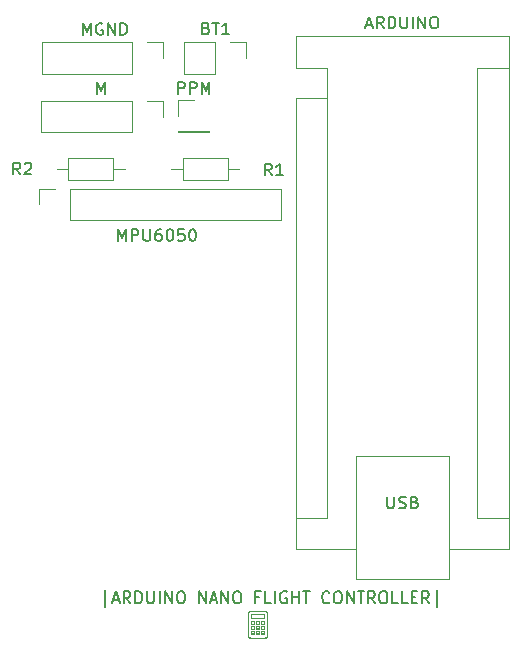
<source format=gbr>
%TF.GenerationSoftware,KiCad,Pcbnew,7.0.7*%
%TF.CreationDate,2023-10-16T17:54:11+02:00*%
%TF.ProjectId,arduino-nano-drone,61726475-696e-46f2-9d6e-616e6f2d6472,0*%
%TF.SameCoordinates,Original*%
%TF.FileFunction,Legend,Top*%
%TF.FilePolarity,Positive*%
%FSLAX46Y46*%
G04 Gerber Fmt 4.6, Leading zero omitted, Abs format (unit mm)*
G04 Created by KiCad (PCBNEW 7.0.7) date 2023-10-16 17:54:11*
%MOMM*%
%LPD*%
G01*
G04 APERTURE LIST*
%ADD10C,0.150000*%
%ADD11C,0.120000*%
G04 APERTURE END LIST*
D10*
X102924874Y-88903152D02*
X102924874Y-87474580D01*
X103591541Y-88284104D02*
X104067731Y-88284104D01*
X103496303Y-88569819D02*
X103829636Y-87569819D01*
X103829636Y-87569819D02*
X104162969Y-88569819D01*
X105067731Y-88569819D02*
X104734398Y-88093628D01*
X104496303Y-88569819D02*
X104496303Y-87569819D01*
X104496303Y-87569819D02*
X104877255Y-87569819D01*
X104877255Y-87569819D02*
X104972493Y-87617438D01*
X104972493Y-87617438D02*
X105020112Y-87665057D01*
X105020112Y-87665057D02*
X105067731Y-87760295D01*
X105067731Y-87760295D02*
X105067731Y-87903152D01*
X105067731Y-87903152D02*
X105020112Y-87998390D01*
X105020112Y-87998390D02*
X104972493Y-88046009D01*
X104972493Y-88046009D02*
X104877255Y-88093628D01*
X104877255Y-88093628D02*
X104496303Y-88093628D01*
X105496303Y-88569819D02*
X105496303Y-87569819D01*
X105496303Y-87569819D02*
X105734398Y-87569819D01*
X105734398Y-87569819D02*
X105877255Y-87617438D01*
X105877255Y-87617438D02*
X105972493Y-87712676D01*
X105972493Y-87712676D02*
X106020112Y-87807914D01*
X106020112Y-87807914D02*
X106067731Y-87998390D01*
X106067731Y-87998390D02*
X106067731Y-88141247D01*
X106067731Y-88141247D02*
X106020112Y-88331723D01*
X106020112Y-88331723D02*
X105972493Y-88426961D01*
X105972493Y-88426961D02*
X105877255Y-88522200D01*
X105877255Y-88522200D02*
X105734398Y-88569819D01*
X105734398Y-88569819D02*
X105496303Y-88569819D01*
X106496303Y-87569819D02*
X106496303Y-88379342D01*
X106496303Y-88379342D02*
X106543922Y-88474580D01*
X106543922Y-88474580D02*
X106591541Y-88522200D01*
X106591541Y-88522200D02*
X106686779Y-88569819D01*
X106686779Y-88569819D02*
X106877255Y-88569819D01*
X106877255Y-88569819D02*
X106972493Y-88522200D01*
X106972493Y-88522200D02*
X107020112Y-88474580D01*
X107020112Y-88474580D02*
X107067731Y-88379342D01*
X107067731Y-88379342D02*
X107067731Y-87569819D01*
X107543922Y-88569819D02*
X107543922Y-87569819D01*
X108020112Y-88569819D02*
X108020112Y-87569819D01*
X108020112Y-87569819D02*
X108591540Y-88569819D01*
X108591540Y-88569819D02*
X108591540Y-87569819D01*
X109258207Y-87569819D02*
X109448683Y-87569819D01*
X109448683Y-87569819D02*
X109543921Y-87617438D01*
X109543921Y-87617438D02*
X109639159Y-87712676D01*
X109639159Y-87712676D02*
X109686778Y-87903152D01*
X109686778Y-87903152D02*
X109686778Y-88236485D01*
X109686778Y-88236485D02*
X109639159Y-88426961D01*
X109639159Y-88426961D02*
X109543921Y-88522200D01*
X109543921Y-88522200D02*
X109448683Y-88569819D01*
X109448683Y-88569819D02*
X109258207Y-88569819D01*
X109258207Y-88569819D02*
X109162969Y-88522200D01*
X109162969Y-88522200D02*
X109067731Y-88426961D01*
X109067731Y-88426961D02*
X109020112Y-88236485D01*
X109020112Y-88236485D02*
X109020112Y-87903152D01*
X109020112Y-87903152D02*
X109067731Y-87712676D01*
X109067731Y-87712676D02*
X109162969Y-87617438D01*
X109162969Y-87617438D02*
X109258207Y-87569819D01*
X110877255Y-88569819D02*
X110877255Y-87569819D01*
X110877255Y-87569819D02*
X111448683Y-88569819D01*
X111448683Y-88569819D02*
X111448683Y-87569819D01*
X111877255Y-88284104D02*
X112353445Y-88284104D01*
X111782017Y-88569819D02*
X112115350Y-87569819D01*
X112115350Y-87569819D02*
X112448683Y-88569819D01*
X112782017Y-88569819D02*
X112782017Y-87569819D01*
X112782017Y-87569819D02*
X113353445Y-88569819D01*
X113353445Y-88569819D02*
X113353445Y-87569819D01*
X114020112Y-87569819D02*
X114210588Y-87569819D01*
X114210588Y-87569819D02*
X114305826Y-87617438D01*
X114305826Y-87617438D02*
X114401064Y-87712676D01*
X114401064Y-87712676D02*
X114448683Y-87903152D01*
X114448683Y-87903152D02*
X114448683Y-88236485D01*
X114448683Y-88236485D02*
X114401064Y-88426961D01*
X114401064Y-88426961D02*
X114305826Y-88522200D01*
X114305826Y-88522200D02*
X114210588Y-88569819D01*
X114210588Y-88569819D02*
X114020112Y-88569819D01*
X114020112Y-88569819D02*
X113924874Y-88522200D01*
X113924874Y-88522200D02*
X113829636Y-88426961D01*
X113829636Y-88426961D02*
X113782017Y-88236485D01*
X113782017Y-88236485D02*
X113782017Y-87903152D01*
X113782017Y-87903152D02*
X113829636Y-87712676D01*
X113829636Y-87712676D02*
X113924874Y-87617438D01*
X113924874Y-87617438D02*
X114020112Y-87569819D01*
X115972493Y-88046009D02*
X115639160Y-88046009D01*
X115639160Y-88569819D02*
X115639160Y-87569819D01*
X115639160Y-87569819D02*
X116115350Y-87569819D01*
X116972493Y-88569819D02*
X116496303Y-88569819D01*
X116496303Y-88569819D02*
X116496303Y-87569819D01*
X117305827Y-88569819D02*
X117305827Y-87569819D01*
X118305826Y-87617438D02*
X118210588Y-87569819D01*
X118210588Y-87569819D02*
X118067731Y-87569819D01*
X118067731Y-87569819D02*
X117924874Y-87617438D01*
X117924874Y-87617438D02*
X117829636Y-87712676D01*
X117829636Y-87712676D02*
X117782017Y-87807914D01*
X117782017Y-87807914D02*
X117734398Y-87998390D01*
X117734398Y-87998390D02*
X117734398Y-88141247D01*
X117734398Y-88141247D02*
X117782017Y-88331723D01*
X117782017Y-88331723D02*
X117829636Y-88426961D01*
X117829636Y-88426961D02*
X117924874Y-88522200D01*
X117924874Y-88522200D02*
X118067731Y-88569819D01*
X118067731Y-88569819D02*
X118162969Y-88569819D01*
X118162969Y-88569819D02*
X118305826Y-88522200D01*
X118305826Y-88522200D02*
X118353445Y-88474580D01*
X118353445Y-88474580D02*
X118353445Y-88141247D01*
X118353445Y-88141247D02*
X118162969Y-88141247D01*
X118782017Y-88569819D02*
X118782017Y-87569819D01*
X118782017Y-88046009D02*
X119353445Y-88046009D01*
X119353445Y-88569819D02*
X119353445Y-87569819D01*
X119686779Y-87569819D02*
X120258207Y-87569819D01*
X119972493Y-88569819D02*
X119972493Y-87569819D01*
X121924874Y-88474580D02*
X121877255Y-88522200D01*
X121877255Y-88522200D02*
X121734398Y-88569819D01*
X121734398Y-88569819D02*
X121639160Y-88569819D01*
X121639160Y-88569819D02*
X121496303Y-88522200D01*
X121496303Y-88522200D02*
X121401065Y-88426961D01*
X121401065Y-88426961D02*
X121353446Y-88331723D01*
X121353446Y-88331723D02*
X121305827Y-88141247D01*
X121305827Y-88141247D02*
X121305827Y-87998390D01*
X121305827Y-87998390D02*
X121353446Y-87807914D01*
X121353446Y-87807914D02*
X121401065Y-87712676D01*
X121401065Y-87712676D02*
X121496303Y-87617438D01*
X121496303Y-87617438D02*
X121639160Y-87569819D01*
X121639160Y-87569819D02*
X121734398Y-87569819D01*
X121734398Y-87569819D02*
X121877255Y-87617438D01*
X121877255Y-87617438D02*
X121924874Y-87665057D01*
X122543922Y-87569819D02*
X122734398Y-87569819D01*
X122734398Y-87569819D02*
X122829636Y-87617438D01*
X122829636Y-87617438D02*
X122924874Y-87712676D01*
X122924874Y-87712676D02*
X122972493Y-87903152D01*
X122972493Y-87903152D02*
X122972493Y-88236485D01*
X122972493Y-88236485D02*
X122924874Y-88426961D01*
X122924874Y-88426961D02*
X122829636Y-88522200D01*
X122829636Y-88522200D02*
X122734398Y-88569819D01*
X122734398Y-88569819D02*
X122543922Y-88569819D01*
X122543922Y-88569819D02*
X122448684Y-88522200D01*
X122448684Y-88522200D02*
X122353446Y-88426961D01*
X122353446Y-88426961D02*
X122305827Y-88236485D01*
X122305827Y-88236485D02*
X122305827Y-87903152D01*
X122305827Y-87903152D02*
X122353446Y-87712676D01*
X122353446Y-87712676D02*
X122448684Y-87617438D01*
X122448684Y-87617438D02*
X122543922Y-87569819D01*
X123401065Y-88569819D02*
X123401065Y-87569819D01*
X123401065Y-87569819D02*
X123972493Y-88569819D01*
X123972493Y-88569819D02*
X123972493Y-87569819D01*
X124305827Y-87569819D02*
X124877255Y-87569819D01*
X124591541Y-88569819D02*
X124591541Y-87569819D01*
X125782017Y-88569819D02*
X125448684Y-88093628D01*
X125210589Y-88569819D02*
X125210589Y-87569819D01*
X125210589Y-87569819D02*
X125591541Y-87569819D01*
X125591541Y-87569819D02*
X125686779Y-87617438D01*
X125686779Y-87617438D02*
X125734398Y-87665057D01*
X125734398Y-87665057D02*
X125782017Y-87760295D01*
X125782017Y-87760295D02*
X125782017Y-87903152D01*
X125782017Y-87903152D02*
X125734398Y-87998390D01*
X125734398Y-87998390D02*
X125686779Y-88046009D01*
X125686779Y-88046009D02*
X125591541Y-88093628D01*
X125591541Y-88093628D02*
X125210589Y-88093628D01*
X126401065Y-87569819D02*
X126591541Y-87569819D01*
X126591541Y-87569819D02*
X126686779Y-87617438D01*
X126686779Y-87617438D02*
X126782017Y-87712676D01*
X126782017Y-87712676D02*
X126829636Y-87903152D01*
X126829636Y-87903152D02*
X126829636Y-88236485D01*
X126829636Y-88236485D02*
X126782017Y-88426961D01*
X126782017Y-88426961D02*
X126686779Y-88522200D01*
X126686779Y-88522200D02*
X126591541Y-88569819D01*
X126591541Y-88569819D02*
X126401065Y-88569819D01*
X126401065Y-88569819D02*
X126305827Y-88522200D01*
X126305827Y-88522200D02*
X126210589Y-88426961D01*
X126210589Y-88426961D02*
X126162970Y-88236485D01*
X126162970Y-88236485D02*
X126162970Y-87903152D01*
X126162970Y-87903152D02*
X126210589Y-87712676D01*
X126210589Y-87712676D02*
X126305827Y-87617438D01*
X126305827Y-87617438D02*
X126401065Y-87569819D01*
X127734398Y-88569819D02*
X127258208Y-88569819D01*
X127258208Y-88569819D02*
X127258208Y-87569819D01*
X128543922Y-88569819D02*
X128067732Y-88569819D01*
X128067732Y-88569819D02*
X128067732Y-87569819D01*
X128877256Y-88046009D02*
X129210589Y-88046009D01*
X129353446Y-88569819D02*
X128877256Y-88569819D01*
X128877256Y-88569819D02*
X128877256Y-87569819D01*
X128877256Y-87569819D02*
X129353446Y-87569819D01*
X130353446Y-88569819D02*
X130020113Y-88093628D01*
X129782018Y-88569819D02*
X129782018Y-87569819D01*
X129782018Y-87569819D02*
X130162970Y-87569819D01*
X130162970Y-87569819D02*
X130258208Y-87617438D01*
X130258208Y-87617438D02*
X130305827Y-87665057D01*
X130305827Y-87665057D02*
X130353446Y-87760295D01*
X130353446Y-87760295D02*
X130353446Y-87903152D01*
X130353446Y-87903152D02*
X130305827Y-87998390D01*
X130305827Y-87998390D02*
X130258208Y-88046009D01*
X130258208Y-88046009D02*
X130162970Y-88093628D01*
X130162970Y-88093628D02*
X129782018Y-88093628D01*
X131020113Y-88903152D02*
X131020113Y-87474580D01*
X104038095Y-57904819D02*
X104038095Y-56904819D01*
X104038095Y-56904819D02*
X104371428Y-57619104D01*
X104371428Y-57619104D02*
X104704761Y-56904819D01*
X104704761Y-56904819D02*
X104704761Y-57904819D01*
X105180952Y-57904819D02*
X105180952Y-56904819D01*
X105180952Y-56904819D02*
X105561904Y-56904819D01*
X105561904Y-56904819D02*
X105657142Y-56952438D01*
X105657142Y-56952438D02*
X105704761Y-57000057D01*
X105704761Y-57000057D02*
X105752380Y-57095295D01*
X105752380Y-57095295D02*
X105752380Y-57238152D01*
X105752380Y-57238152D02*
X105704761Y-57333390D01*
X105704761Y-57333390D02*
X105657142Y-57381009D01*
X105657142Y-57381009D02*
X105561904Y-57428628D01*
X105561904Y-57428628D02*
X105180952Y-57428628D01*
X106180952Y-56904819D02*
X106180952Y-57714342D01*
X106180952Y-57714342D02*
X106228571Y-57809580D01*
X106228571Y-57809580D02*
X106276190Y-57857200D01*
X106276190Y-57857200D02*
X106371428Y-57904819D01*
X106371428Y-57904819D02*
X106561904Y-57904819D01*
X106561904Y-57904819D02*
X106657142Y-57857200D01*
X106657142Y-57857200D02*
X106704761Y-57809580D01*
X106704761Y-57809580D02*
X106752380Y-57714342D01*
X106752380Y-57714342D02*
X106752380Y-56904819D01*
X107657142Y-56904819D02*
X107466666Y-56904819D01*
X107466666Y-56904819D02*
X107371428Y-56952438D01*
X107371428Y-56952438D02*
X107323809Y-57000057D01*
X107323809Y-57000057D02*
X107228571Y-57142914D01*
X107228571Y-57142914D02*
X107180952Y-57333390D01*
X107180952Y-57333390D02*
X107180952Y-57714342D01*
X107180952Y-57714342D02*
X107228571Y-57809580D01*
X107228571Y-57809580D02*
X107276190Y-57857200D01*
X107276190Y-57857200D02*
X107371428Y-57904819D01*
X107371428Y-57904819D02*
X107561904Y-57904819D01*
X107561904Y-57904819D02*
X107657142Y-57857200D01*
X107657142Y-57857200D02*
X107704761Y-57809580D01*
X107704761Y-57809580D02*
X107752380Y-57714342D01*
X107752380Y-57714342D02*
X107752380Y-57476247D01*
X107752380Y-57476247D02*
X107704761Y-57381009D01*
X107704761Y-57381009D02*
X107657142Y-57333390D01*
X107657142Y-57333390D02*
X107561904Y-57285771D01*
X107561904Y-57285771D02*
X107371428Y-57285771D01*
X107371428Y-57285771D02*
X107276190Y-57333390D01*
X107276190Y-57333390D02*
X107228571Y-57381009D01*
X107228571Y-57381009D02*
X107180952Y-57476247D01*
X108371428Y-56904819D02*
X108466666Y-56904819D01*
X108466666Y-56904819D02*
X108561904Y-56952438D01*
X108561904Y-56952438D02*
X108609523Y-57000057D01*
X108609523Y-57000057D02*
X108657142Y-57095295D01*
X108657142Y-57095295D02*
X108704761Y-57285771D01*
X108704761Y-57285771D02*
X108704761Y-57523866D01*
X108704761Y-57523866D02*
X108657142Y-57714342D01*
X108657142Y-57714342D02*
X108609523Y-57809580D01*
X108609523Y-57809580D02*
X108561904Y-57857200D01*
X108561904Y-57857200D02*
X108466666Y-57904819D01*
X108466666Y-57904819D02*
X108371428Y-57904819D01*
X108371428Y-57904819D02*
X108276190Y-57857200D01*
X108276190Y-57857200D02*
X108228571Y-57809580D01*
X108228571Y-57809580D02*
X108180952Y-57714342D01*
X108180952Y-57714342D02*
X108133333Y-57523866D01*
X108133333Y-57523866D02*
X108133333Y-57285771D01*
X108133333Y-57285771D02*
X108180952Y-57095295D01*
X108180952Y-57095295D02*
X108228571Y-57000057D01*
X108228571Y-57000057D02*
X108276190Y-56952438D01*
X108276190Y-56952438D02*
X108371428Y-56904819D01*
X109609523Y-56904819D02*
X109133333Y-56904819D01*
X109133333Y-56904819D02*
X109085714Y-57381009D01*
X109085714Y-57381009D02*
X109133333Y-57333390D01*
X109133333Y-57333390D02*
X109228571Y-57285771D01*
X109228571Y-57285771D02*
X109466666Y-57285771D01*
X109466666Y-57285771D02*
X109561904Y-57333390D01*
X109561904Y-57333390D02*
X109609523Y-57381009D01*
X109609523Y-57381009D02*
X109657142Y-57476247D01*
X109657142Y-57476247D02*
X109657142Y-57714342D01*
X109657142Y-57714342D02*
X109609523Y-57809580D01*
X109609523Y-57809580D02*
X109561904Y-57857200D01*
X109561904Y-57857200D02*
X109466666Y-57904819D01*
X109466666Y-57904819D02*
X109228571Y-57904819D01*
X109228571Y-57904819D02*
X109133333Y-57857200D01*
X109133333Y-57857200D02*
X109085714Y-57809580D01*
X110276190Y-56904819D02*
X110371428Y-56904819D01*
X110371428Y-56904819D02*
X110466666Y-56952438D01*
X110466666Y-56952438D02*
X110514285Y-57000057D01*
X110514285Y-57000057D02*
X110561904Y-57095295D01*
X110561904Y-57095295D02*
X110609523Y-57285771D01*
X110609523Y-57285771D02*
X110609523Y-57523866D01*
X110609523Y-57523866D02*
X110561904Y-57714342D01*
X110561904Y-57714342D02*
X110514285Y-57809580D01*
X110514285Y-57809580D02*
X110466666Y-57857200D01*
X110466666Y-57857200D02*
X110371428Y-57904819D01*
X110371428Y-57904819D02*
X110276190Y-57904819D01*
X110276190Y-57904819D02*
X110180952Y-57857200D01*
X110180952Y-57857200D02*
X110133333Y-57809580D01*
X110133333Y-57809580D02*
X110085714Y-57714342D01*
X110085714Y-57714342D02*
X110038095Y-57523866D01*
X110038095Y-57523866D02*
X110038095Y-57285771D01*
X110038095Y-57285771D02*
X110085714Y-57095295D01*
X110085714Y-57095295D02*
X110133333Y-57000057D01*
X110133333Y-57000057D02*
X110180952Y-56952438D01*
X110180952Y-56952438D02*
X110276190Y-56904819D01*
X95733333Y-52254819D02*
X95400000Y-51778628D01*
X95161905Y-52254819D02*
X95161905Y-51254819D01*
X95161905Y-51254819D02*
X95542857Y-51254819D01*
X95542857Y-51254819D02*
X95638095Y-51302438D01*
X95638095Y-51302438D02*
X95685714Y-51350057D01*
X95685714Y-51350057D02*
X95733333Y-51445295D01*
X95733333Y-51445295D02*
X95733333Y-51588152D01*
X95733333Y-51588152D02*
X95685714Y-51683390D01*
X95685714Y-51683390D02*
X95638095Y-51731009D01*
X95638095Y-51731009D02*
X95542857Y-51778628D01*
X95542857Y-51778628D02*
X95161905Y-51778628D01*
X96114286Y-51350057D02*
X96161905Y-51302438D01*
X96161905Y-51302438D02*
X96257143Y-51254819D01*
X96257143Y-51254819D02*
X96495238Y-51254819D01*
X96495238Y-51254819D02*
X96590476Y-51302438D01*
X96590476Y-51302438D02*
X96638095Y-51350057D01*
X96638095Y-51350057D02*
X96685714Y-51445295D01*
X96685714Y-51445295D02*
X96685714Y-51540533D01*
X96685714Y-51540533D02*
X96638095Y-51683390D01*
X96638095Y-51683390D02*
X96066667Y-52254819D01*
X96066667Y-52254819D02*
X96685714Y-52254819D01*
X111489285Y-39881009D02*
X111632142Y-39928628D01*
X111632142Y-39928628D02*
X111679761Y-39976247D01*
X111679761Y-39976247D02*
X111727380Y-40071485D01*
X111727380Y-40071485D02*
X111727380Y-40214342D01*
X111727380Y-40214342D02*
X111679761Y-40309580D01*
X111679761Y-40309580D02*
X111632142Y-40357200D01*
X111632142Y-40357200D02*
X111536904Y-40404819D01*
X111536904Y-40404819D02*
X111155952Y-40404819D01*
X111155952Y-40404819D02*
X111155952Y-39404819D01*
X111155952Y-39404819D02*
X111489285Y-39404819D01*
X111489285Y-39404819D02*
X111584523Y-39452438D01*
X111584523Y-39452438D02*
X111632142Y-39500057D01*
X111632142Y-39500057D02*
X111679761Y-39595295D01*
X111679761Y-39595295D02*
X111679761Y-39690533D01*
X111679761Y-39690533D02*
X111632142Y-39785771D01*
X111632142Y-39785771D02*
X111584523Y-39833390D01*
X111584523Y-39833390D02*
X111489285Y-39881009D01*
X111489285Y-39881009D02*
X111155952Y-39881009D01*
X112013095Y-39404819D02*
X112584523Y-39404819D01*
X112298809Y-40404819D02*
X112298809Y-39404819D01*
X113441666Y-40404819D02*
X112870238Y-40404819D01*
X113155952Y-40404819D02*
X113155952Y-39404819D01*
X113155952Y-39404819D02*
X113060714Y-39547676D01*
X113060714Y-39547676D02*
X112965476Y-39642914D01*
X112965476Y-39642914D02*
X112870238Y-39690533D01*
X102266667Y-45454819D02*
X102266667Y-44454819D01*
X102266667Y-44454819D02*
X102600000Y-45169104D01*
X102600000Y-45169104D02*
X102933333Y-44454819D01*
X102933333Y-44454819D02*
X102933333Y-45454819D01*
X109101667Y-45444819D02*
X109101667Y-44444819D01*
X109101667Y-44444819D02*
X109482619Y-44444819D01*
X109482619Y-44444819D02*
X109577857Y-44492438D01*
X109577857Y-44492438D02*
X109625476Y-44540057D01*
X109625476Y-44540057D02*
X109673095Y-44635295D01*
X109673095Y-44635295D02*
X109673095Y-44778152D01*
X109673095Y-44778152D02*
X109625476Y-44873390D01*
X109625476Y-44873390D02*
X109577857Y-44921009D01*
X109577857Y-44921009D02*
X109482619Y-44968628D01*
X109482619Y-44968628D02*
X109101667Y-44968628D01*
X110101667Y-45444819D02*
X110101667Y-44444819D01*
X110101667Y-44444819D02*
X110482619Y-44444819D01*
X110482619Y-44444819D02*
X110577857Y-44492438D01*
X110577857Y-44492438D02*
X110625476Y-44540057D01*
X110625476Y-44540057D02*
X110673095Y-44635295D01*
X110673095Y-44635295D02*
X110673095Y-44778152D01*
X110673095Y-44778152D02*
X110625476Y-44873390D01*
X110625476Y-44873390D02*
X110577857Y-44921009D01*
X110577857Y-44921009D02*
X110482619Y-44968628D01*
X110482619Y-44968628D02*
X110101667Y-44968628D01*
X111101667Y-45444819D02*
X111101667Y-44444819D01*
X111101667Y-44444819D02*
X111435000Y-45159104D01*
X111435000Y-45159104D02*
X111768333Y-44444819D01*
X111768333Y-44444819D02*
X111768333Y-45444819D01*
X125032381Y-39609104D02*
X125508571Y-39609104D01*
X124937143Y-39894819D02*
X125270476Y-38894819D01*
X125270476Y-38894819D02*
X125603809Y-39894819D01*
X126508571Y-39894819D02*
X126175238Y-39418628D01*
X125937143Y-39894819D02*
X125937143Y-38894819D01*
X125937143Y-38894819D02*
X126318095Y-38894819D01*
X126318095Y-38894819D02*
X126413333Y-38942438D01*
X126413333Y-38942438D02*
X126460952Y-38990057D01*
X126460952Y-38990057D02*
X126508571Y-39085295D01*
X126508571Y-39085295D02*
X126508571Y-39228152D01*
X126508571Y-39228152D02*
X126460952Y-39323390D01*
X126460952Y-39323390D02*
X126413333Y-39371009D01*
X126413333Y-39371009D02*
X126318095Y-39418628D01*
X126318095Y-39418628D02*
X125937143Y-39418628D01*
X126937143Y-39894819D02*
X126937143Y-38894819D01*
X126937143Y-38894819D02*
X127175238Y-38894819D01*
X127175238Y-38894819D02*
X127318095Y-38942438D01*
X127318095Y-38942438D02*
X127413333Y-39037676D01*
X127413333Y-39037676D02*
X127460952Y-39132914D01*
X127460952Y-39132914D02*
X127508571Y-39323390D01*
X127508571Y-39323390D02*
X127508571Y-39466247D01*
X127508571Y-39466247D02*
X127460952Y-39656723D01*
X127460952Y-39656723D02*
X127413333Y-39751961D01*
X127413333Y-39751961D02*
X127318095Y-39847200D01*
X127318095Y-39847200D02*
X127175238Y-39894819D01*
X127175238Y-39894819D02*
X126937143Y-39894819D01*
X127937143Y-38894819D02*
X127937143Y-39704342D01*
X127937143Y-39704342D02*
X127984762Y-39799580D01*
X127984762Y-39799580D02*
X128032381Y-39847200D01*
X128032381Y-39847200D02*
X128127619Y-39894819D01*
X128127619Y-39894819D02*
X128318095Y-39894819D01*
X128318095Y-39894819D02*
X128413333Y-39847200D01*
X128413333Y-39847200D02*
X128460952Y-39799580D01*
X128460952Y-39799580D02*
X128508571Y-39704342D01*
X128508571Y-39704342D02*
X128508571Y-38894819D01*
X128984762Y-39894819D02*
X128984762Y-38894819D01*
X129460952Y-39894819D02*
X129460952Y-38894819D01*
X129460952Y-38894819D02*
X130032380Y-39894819D01*
X130032380Y-39894819D02*
X130032380Y-38894819D01*
X130699047Y-38894819D02*
X130889523Y-38894819D01*
X130889523Y-38894819D02*
X130984761Y-38942438D01*
X130984761Y-38942438D02*
X131079999Y-39037676D01*
X131079999Y-39037676D02*
X131127618Y-39228152D01*
X131127618Y-39228152D02*
X131127618Y-39561485D01*
X131127618Y-39561485D02*
X131079999Y-39751961D01*
X131079999Y-39751961D02*
X130984761Y-39847200D01*
X130984761Y-39847200D02*
X130889523Y-39894819D01*
X130889523Y-39894819D02*
X130699047Y-39894819D01*
X130699047Y-39894819D02*
X130603809Y-39847200D01*
X130603809Y-39847200D02*
X130508571Y-39751961D01*
X130508571Y-39751961D02*
X130460952Y-39561485D01*
X130460952Y-39561485D02*
X130460952Y-39228152D01*
X130460952Y-39228152D02*
X130508571Y-39037676D01*
X130508571Y-39037676D02*
X130603809Y-38942438D01*
X130603809Y-38942438D02*
X130699047Y-38894819D01*
X126818095Y-79534819D02*
X126818095Y-80344342D01*
X126818095Y-80344342D02*
X126865714Y-80439580D01*
X126865714Y-80439580D02*
X126913333Y-80487200D01*
X126913333Y-80487200D02*
X127008571Y-80534819D01*
X127008571Y-80534819D02*
X127199047Y-80534819D01*
X127199047Y-80534819D02*
X127294285Y-80487200D01*
X127294285Y-80487200D02*
X127341904Y-80439580D01*
X127341904Y-80439580D02*
X127389523Y-80344342D01*
X127389523Y-80344342D02*
X127389523Y-79534819D01*
X127818095Y-80487200D02*
X127960952Y-80534819D01*
X127960952Y-80534819D02*
X128199047Y-80534819D01*
X128199047Y-80534819D02*
X128294285Y-80487200D01*
X128294285Y-80487200D02*
X128341904Y-80439580D01*
X128341904Y-80439580D02*
X128389523Y-80344342D01*
X128389523Y-80344342D02*
X128389523Y-80249104D01*
X128389523Y-80249104D02*
X128341904Y-80153866D01*
X128341904Y-80153866D02*
X128294285Y-80106247D01*
X128294285Y-80106247D02*
X128199047Y-80058628D01*
X128199047Y-80058628D02*
X128008571Y-80011009D01*
X128008571Y-80011009D02*
X127913333Y-79963390D01*
X127913333Y-79963390D02*
X127865714Y-79915771D01*
X127865714Y-79915771D02*
X127818095Y-79820533D01*
X127818095Y-79820533D02*
X127818095Y-79725295D01*
X127818095Y-79725295D02*
X127865714Y-79630057D01*
X127865714Y-79630057D02*
X127913333Y-79582438D01*
X127913333Y-79582438D02*
X128008571Y-79534819D01*
X128008571Y-79534819D02*
X128246666Y-79534819D01*
X128246666Y-79534819D02*
X128389523Y-79582438D01*
X129151428Y-80011009D02*
X129294285Y-80058628D01*
X129294285Y-80058628D02*
X129341904Y-80106247D01*
X129341904Y-80106247D02*
X129389523Y-80201485D01*
X129389523Y-80201485D02*
X129389523Y-80344342D01*
X129389523Y-80344342D02*
X129341904Y-80439580D01*
X129341904Y-80439580D02*
X129294285Y-80487200D01*
X129294285Y-80487200D02*
X129199047Y-80534819D01*
X129199047Y-80534819D02*
X128818095Y-80534819D01*
X128818095Y-80534819D02*
X128818095Y-79534819D01*
X128818095Y-79534819D02*
X129151428Y-79534819D01*
X129151428Y-79534819D02*
X129246666Y-79582438D01*
X129246666Y-79582438D02*
X129294285Y-79630057D01*
X129294285Y-79630057D02*
X129341904Y-79725295D01*
X129341904Y-79725295D02*
X129341904Y-79820533D01*
X129341904Y-79820533D02*
X129294285Y-79915771D01*
X129294285Y-79915771D02*
X129246666Y-79963390D01*
X129246666Y-79963390D02*
X129151428Y-80011009D01*
X129151428Y-80011009D02*
X128818095Y-80011009D01*
X117033333Y-52354819D02*
X116700000Y-51878628D01*
X116461905Y-52354819D02*
X116461905Y-51354819D01*
X116461905Y-51354819D02*
X116842857Y-51354819D01*
X116842857Y-51354819D02*
X116938095Y-51402438D01*
X116938095Y-51402438D02*
X116985714Y-51450057D01*
X116985714Y-51450057D02*
X117033333Y-51545295D01*
X117033333Y-51545295D02*
X117033333Y-51688152D01*
X117033333Y-51688152D02*
X116985714Y-51783390D01*
X116985714Y-51783390D02*
X116938095Y-51831009D01*
X116938095Y-51831009D02*
X116842857Y-51878628D01*
X116842857Y-51878628D02*
X116461905Y-51878628D01*
X117985714Y-52354819D02*
X117414286Y-52354819D01*
X117700000Y-52354819D02*
X117700000Y-51354819D01*
X117700000Y-51354819D02*
X117604762Y-51497676D01*
X117604762Y-51497676D02*
X117509524Y-51592914D01*
X117509524Y-51592914D02*
X117414286Y-51640533D01*
X101042857Y-40454819D02*
X101042857Y-39454819D01*
X101042857Y-39454819D02*
X101376190Y-40169104D01*
X101376190Y-40169104D02*
X101709523Y-39454819D01*
X101709523Y-39454819D02*
X101709523Y-40454819D01*
X102709523Y-39502438D02*
X102614285Y-39454819D01*
X102614285Y-39454819D02*
X102471428Y-39454819D01*
X102471428Y-39454819D02*
X102328571Y-39502438D01*
X102328571Y-39502438D02*
X102233333Y-39597676D01*
X102233333Y-39597676D02*
X102185714Y-39692914D01*
X102185714Y-39692914D02*
X102138095Y-39883390D01*
X102138095Y-39883390D02*
X102138095Y-40026247D01*
X102138095Y-40026247D02*
X102185714Y-40216723D01*
X102185714Y-40216723D02*
X102233333Y-40311961D01*
X102233333Y-40311961D02*
X102328571Y-40407200D01*
X102328571Y-40407200D02*
X102471428Y-40454819D01*
X102471428Y-40454819D02*
X102566666Y-40454819D01*
X102566666Y-40454819D02*
X102709523Y-40407200D01*
X102709523Y-40407200D02*
X102757142Y-40359580D01*
X102757142Y-40359580D02*
X102757142Y-40026247D01*
X102757142Y-40026247D02*
X102566666Y-40026247D01*
X103185714Y-40454819D02*
X103185714Y-39454819D01*
X103185714Y-39454819D02*
X103757142Y-40454819D01*
X103757142Y-40454819D02*
X103757142Y-39454819D01*
X104233333Y-40454819D02*
X104233333Y-39454819D01*
X104233333Y-39454819D02*
X104471428Y-39454819D01*
X104471428Y-39454819D02*
X104614285Y-39502438D01*
X104614285Y-39502438D02*
X104709523Y-39597676D01*
X104709523Y-39597676D02*
X104757142Y-39692914D01*
X104757142Y-39692914D02*
X104804761Y-39883390D01*
X104804761Y-39883390D02*
X104804761Y-40026247D01*
X104804761Y-40026247D02*
X104757142Y-40216723D01*
X104757142Y-40216723D02*
X104709523Y-40311961D01*
X104709523Y-40311961D02*
X104614285Y-40407200D01*
X104614285Y-40407200D02*
X104471428Y-40454819D01*
X104471428Y-40454819D02*
X104233333Y-40454819D01*
D11*
%TO.C,MPU6050*%
X99970000Y-56130000D02*
X117810000Y-56130000D01*
X99970000Y-56130000D02*
X99970000Y-53470000D01*
X117810000Y-56130000D02*
X117810000Y-53470000D01*
X97370000Y-54800000D02*
X97370000Y-53470000D01*
X97370000Y-53470000D02*
X98700000Y-53470000D01*
X99970000Y-53470000D02*
X117810000Y-53470000D01*
%TO.C,R2*%
X98840000Y-51800000D02*
X99790000Y-51800000D01*
X99790000Y-50880000D02*
X99790000Y-52720000D01*
X99790000Y-52720000D02*
X103630000Y-52720000D01*
X103630000Y-50880000D02*
X99790000Y-50880000D01*
X103630000Y-52720000D02*
X103630000Y-50880000D01*
X104580000Y-51800000D02*
X103630000Y-51800000D01*
%TO.C,BT1*%
X114830000Y-41070000D02*
X114830000Y-42400000D01*
X113500000Y-41070000D02*
X114830000Y-41070000D01*
X112230000Y-41070000D02*
X109630000Y-41070000D01*
X112230000Y-41070000D02*
X112230000Y-43730000D01*
X109630000Y-41070000D02*
X109630000Y-43730000D01*
X112230000Y-43730000D02*
X109630000Y-43730000D01*
%TO.C,G\u002A\u002A\u002A*%
G36*
X115609844Y-91056896D02*
G01*
X115609844Y-91219354D01*
X115447386Y-91219354D01*
X115284927Y-91219354D01*
X115284927Y-91120467D01*
X115368140Y-91120467D01*
X115439548Y-91120467D01*
X115510956Y-91120467D01*
X115510956Y-91049059D01*
X115510956Y-90977651D01*
X115443854Y-90981956D01*
X115376752Y-90986262D01*
X115372446Y-91053364D01*
X115368140Y-91120467D01*
X115284927Y-91120467D01*
X115284927Y-91056896D01*
X115284927Y-90894438D01*
X115447386Y-90894438D01*
X115609844Y-90894438D01*
X115609844Y-91056896D01*
G37*
G36*
X116019521Y-90223414D02*
G01*
X116019521Y-90385873D01*
X115857063Y-90385873D01*
X115694605Y-90385873D01*
X115694605Y-90223414D01*
X115694605Y-90159844D01*
X115793492Y-90159844D01*
X115793492Y-90231252D01*
X115793492Y-90302660D01*
X115860595Y-90298354D01*
X115927697Y-90294049D01*
X115932003Y-90226946D01*
X115936308Y-90159844D01*
X115864900Y-90159844D01*
X115793492Y-90159844D01*
X115694605Y-90159844D01*
X115694605Y-90060956D01*
X115857063Y-90060956D01*
X116019521Y-90060956D01*
X116019521Y-90223414D01*
G37*
G36*
X116019521Y-90640155D02*
G01*
X116019521Y-90809677D01*
X115857063Y-90809677D01*
X115694605Y-90809677D01*
X115694605Y-90640155D01*
X115694605Y-90567973D01*
X115793492Y-90567973D01*
X115793492Y-90640155D01*
X115793492Y-90712337D01*
X115860595Y-90708032D01*
X115927697Y-90703726D01*
X115927697Y-90640155D01*
X115927697Y-90576585D01*
X115860595Y-90572279D01*
X115793492Y-90567973D01*
X115694605Y-90567973D01*
X115694605Y-90470634D01*
X115857063Y-90470634D01*
X116019521Y-90470634D01*
X116019521Y-90640155D01*
G37*
G36*
X116019521Y-91056896D02*
G01*
X116019521Y-91219354D01*
X115857063Y-91219354D01*
X115694605Y-91219354D01*
X115694605Y-91056896D01*
X115694605Y-90977651D01*
X115793492Y-90977651D01*
X115793492Y-91049059D01*
X115793492Y-91120467D01*
X115864900Y-91120467D01*
X115936308Y-91120467D01*
X115932003Y-91053364D01*
X115927697Y-90986262D01*
X115860595Y-90981956D01*
X115793492Y-90977651D01*
X115694605Y-90977651D01*
X115694605Y-90894438D01*
X115857063Y-90894438D01*
X116019521Y-90894438D01*
X116019521Y-91056896D01*
G37*
G36*
X116443325Y-91056896D02*
G01*
X116443325Y-91219354D01*
X116280867Y-91219354D01*
X116118409Y-91219354D01*
X116118409Y-91120467D01*
X116201622Y-91120467D01*
X116273030Y-91120467D01*
X116344438Y-91120467D01*
X116344438Y-91049059D01*
X116344438Y-90977651D01*
X116277335Y-90981956D01*
X116210233Y-90986262D01*
X116205927Y-91053364D01*
X116201622Y-91120467D01*
X116118409Y-91120467D01*
X116118409Y-91056896D01*
X116118409Y-90894438D01*
X116280867Y-90894438D01*
X116443325Y-90894438D01*
X116443325Y-91056896D01*
G37*
G36*
X115609844Y-90223414D02*
G01*
X115609844Y-90385873D01*
X115447386Y-90385873D01*
X115284927Y-90385873D01*
X115284927Y-90223414D01*
X115284927Y-90159844D01*
X115369688Y-90159844D01*
X115369688Y-90221060D01*
X115371692Y-90260702D01*
X115376722Y-90287310D01*
X115379106Y-90291694D01*
X115397920Y-90297485D01*
X115433936Y-90300804D01*
X115449740Y-90301112D01*
X115510956Y-90301112D01*
X115510956Y-90230478D01*
X115510956Y-90159844D01*
X115440322Y-90159844D01*
X115369688Y-90159844D01*
X115284927Y-90159844D01*
X115284927Y-90060956D01*
X115447386Y-90060956D01*
X115609844Y-90060956D01*
X115609844Y-90223414D01*
G37*
G36*
X115609844Y-90640155D02*
G01*
X115609844Y-90809677D01*
X115447386Y-90809677D01*
X115284927Y-90809677D01*
X115284927Y-90671599D01*
X115371173Y-90671599D01*
X115382946Y-90698062D01*
X115412583Y-90709100D01*
X115446942Y-90710789D01*
X115510956Y-90710789D01*
X115510956Y-90639381D01*
X115510956Y-90567973D01*
X115443854Y-90572279D01*
X115403228Y-90576130D01*
X115382840Y-90584666D01*
X115374696Y-90603641D01*
X115372224Y-90623842D01*
X115371173Y-90671599D01*
X115284927Y-90671599D01*
X115284927Y-90640155D01*
X115284927Y-90470634D01*
X115447386Y-90470634D01*
X115609844Y-90470634D01*
X115609844Y-90640155D01*
G37*
G36*
X116443325Y-90223414D02*
G01*
X116443325Y-90385873D01*
X116280867Y-90385873D01*
X116118409Y-90385873D01*
X116118409Y-90223414D01*
X116118409Y-90159844D01*
X116203170Y-90159844D01*
X116203170Y-90221060D01*
X116205173Y-90260702D01*
X116210204Y-90287310D01*
X116212588Y-90291694D01*
X116231402Y-90297485D01*
X116267418Y-90300804D01*
X116283222Y-90301112D01*
X116344438Y-90301112D01*
X116344438Y-90230478D01*
X116344438Y-90159844D01*
X116273804Y-90159844D01*
X116203170Y-90159844D01*
X116118409Y-90159844D01*
X116118409Y-90060956D01*
X116280867Y-90060956D01*
X116443325Y-90060956D01*
X116443325Y-90223414D01*
G37*
G36*
X116443325Y-90640155D02*
G01*
X116443325Y-90809677D01*
X116280867Y-90809677D01*
X116118409Y-90809677D01*
X116118409Y-90671599D01*
X116204655Y-90671599D01*
X116216427Y-90698062D01*
X116246065Y-90709100D01*
X116280424Y-90710789D01*
X116344438Y-90710789D01*
X116344438Y-90639381D01*
X116344438Y-90567973D01*
X116277335Y-90572279D01*
X116236709Y-90576130D01*
X116216321Y-90584666D01*
X116208177Y-90603641D01*
X116205706Y-90623842D01*
X116204655Y-90671599D01*
X116118409Y-90671599D01*
X116118409Y-90640155D01*
X116118409Y-90470634D01*
X116280867Y-90470634D01*
X116443325Y-90470634D01*
X116443325Y-90640155D01*
G37*
G36*
X116443325Y-89693659D02*
G01*
X116443325Y-89919688D01*
X115864126Y-89919688D01*
X115284927Y-89919688D01*
X115284927Y-89693659D01*
X115284927Y-89566518D01*
X115369688Y-89566518D01*
X115369688Y-89684241D01*
X115370749Y-89739414D01*
X115373572Y-89783230D01*
X115377619Y-89808421D01*
X115379106Y-89811383D01*
X115394981Y-89813614D01*
X115435771Y-89815657D01*
X115498140Y-89817446D01*
X115578750Y-89818918D01*
X115674264Y-89820008D01*
X115781343Y-89820650D01*
X115866481Y-89820800D01*
X116344438Y-89820800D01*
X116344438Y-89693659D01*
X116344438Y-89566518D01*
X115857063Y-89566518D01*
X115369688Y-89566518D01*
X115284927Y-89566518D01*
X115284927Y-89467630D01*
X115864126Y-89467630D01*
X116443325Y-89467630D01*
X116443325Y-89693659D01*
G37*
G36*
X116271179Y-89243407D02*
G01*
X116369924Y-89244118D01*
X116449728Y-89245704D01*
X116512918Y-89248342D01*
X116561823Y-89252208D01*
X116598771Y-89257480D01*
X116626090Y-89264335D01*
X116646106Y-89272949D01*
X116661150Y-89283498D01*
X116673548Y-89296160D01*
X116683960Y-89308989D01*
X116689152Y-89316290D01*
X116693654Y-89325368D01*
X116697514Y-89338167D01*
X116700783Y-89356632D01*
X116703508Y-89382709D01*
X116705739Y-89418342D01*
X116707526Y-89465476D01*
X116708918Y-89526056D01*
X116709964Y-89602026D01*
X116710714Y-89695333D01*
X116711216Y-89807920D01*
X116711519Y-89941732D01*
X116711674Y-90098715D01*
X116711729Y-90280813D01*
X116711735Y-90405825D01*
X116711768Y-90608197D01*
X116711773Y-90784222D01*
X116711610Y-90935807D01*
X116711135Y-91064858D01*
X116710209Y-91173283D01*
X116708690Y-91262988D01*
X116706436Y-91335880D01*
X116703306Y-91393865D01*
X116699159Y-91438850D01*
X116693854Y-91472742D01*
X116687249Y-91497447D01*
X116679202Y-91514872D01*
X116669574Y-91526924D01*
X116658221Y-91535509D01*
X116645003Y-91542534D01*
X116629779Y-91549906D01*
X116626818Y-91551415D01*
X116614111Y-91556221D01*
X116594629Y-91560248D01*
X116566070Y-91563556D01*
X116526131Y-91566206D01*
X116472510Y-91568258D01*
X116402906Y-91569774D01*
X116315014Y-91570815D01*
X116206532Y-91571440D01*
X116075159Y-91571712D01*
X115918592Y-91571690D01*
X115861296Y-91571629D01*
X115720057Y-91571233D01*
X115586820Y-91570431D01*
X115464364Y-91569270D01*
X115355469Y-91567797D01*
X115262915Y-91566058D01*
X115189482Y-91564099D01*
X115137948Y-91561968D01*
X115111093Y-91559709D01*
X115108342Y-91559047D01*
X115079527Y-91540807D01*
X115047378Y-91512122D01*
X115044772Y-91509366D01*
X115009455Y-91471370D01*
X115005660Y-90413073D01*
X115005625Y-90403220D01*
X115101279Y-90403220D01*
X115101321Y-90598487D01*
X115101478Y-90767447D01*
X115101791Y-90912043D01*
X115102306Y-91034221D01*
X115103065Y-91135927D01*
X115104112Y-91219105D01*
X115105491Y-91285702D01*
X115107245Y-91337661D01*
X115109418Y-91376929D01*
X115112052Y-91405450D01*
X115115193Y-91425170D01*
X115118883Y-91438034D01*
X115123165Y-91445988D01*
X115124658Y-91447803D01*
X115131212Y-91453627D01*
X115141004Y-91458505D01*
X115156403Y-91462522D01*
X115179777Y-91465761D01*
X115213494Y-91468304D01*
X115259923Y-91470235D01*
X115321431Y-91471637D01*
X115400386Y-91472594D01*
X115499157Y-91473188D01*
X115620112Y-91473504D01*
X115765619Y-91473624D01*
X115859252Y-91473637D01*
X116019272Y-91473608D01*
X116153431Y-91473458D01*
X116264121Y-91473097D01*
X116353736Y-91472431D01*
X116424667Y-91471368D01*
X116479308Y-91469817D01*
X116520050Y-91467683D01*
X116549288Y-91464877D01*
X116569412Y-91461304D01*
X116582816Y-91456874D01*
X116591893Y-91451493D01*
X116598993Y-91445110D01*
X116604426Y-91439170D01*
X116609113Y-91431674D01*
X116613099Y-91420648D01*
X116616432Y-91404114D01*
X116619158Y-91380098D01*
X116621325Y-91346623D01*
X116622978Y-91301713D01*
X116624164Y-91243393D01*
X116624930Y-91169685D01*
X116625323Y-91078615D01*
X116625390Y-90968206D01*
X116625176Y-90836482D01*
X116624729Y-90681467D01*
X116624096Y-90501186D01*
X116623715Y-90398584D01*
X116622970Y-90204525D01*
X116622248Y-90036761D01*
X116621492Y-89893333D01*
X116620641Y-89772283D01*
X116619638Y-89671652D01*
X116618422Y-89589482D01*
X116616936Y-89523814D01*
X116615120Y-89472690D01*
X116612916Y-89434151D01*
X116610264Y-89406238D01*
X116607105Y-89386994D01*
X116603381Y-89374458D01*
X116599033Y-89366674D01*
X116594002Y-89361682D01*
X116592489Y-89360537D01*
X116582133Y-89355874D01*
X116563419Y-89351967D01*
X116534105Y-89348753D01*
X116491954Y-89346171D01*
X116434727Y-89344159D01*
X116360185Y-89342655D01*
X116266088Y-89341598D01*
X116150198Y-89340926D01*
X116010277Y-89340577D01*
X115864570Y-89340489D01*
X115703461Y-89340577D01*
X115568255Y-89340889D01*
X115456600Y-89341496D01*
X115366145Y-89342467D01*
X115294539Y-89343874D01*
X115239431Y-89345787D01*
X115198469Y-89348278D01*
X115169304Y-89351415D01*
X115149583Y-89355271D01*
X115136955Y-89359916D01*
X115132676Y-89362480D01*
X115101279Y-89384472D01*
X115101279Y-90403220D01*
X115005625Y-90403220D01*
X115001865Y-89354775D01*
X115050479Y-89301720D01*
X115099092Y-89248665D01*
X115838017Y-89244760D01*
X116007553Y-89243905D01*
X116151165Y-89243395D01*
X116271179Y-89243407D01*
G37*
%TO.C,M*%
X107805000Y-46040000D02*
X107805000Y-47370000D01*
X106475000Y-46040000D02*
X107805000Y-46040000D01*
X105205000Y-46040000D02*
X97525000Y-46040000D01*
X105205000Y-46040000D02*
X105205000Y-48700000D01*
X97525000Y-46040000D02*
X97525000Y-48700000D01*
X105205000Y-48700000D02*
X97525000Y-48700000D01*
%TO.C,PPM*%
X109105000Y-45990000D02*
X110435000Y-45990000D01*
X109105000Y-47320000D02*
X109105000Y-45990000D01*
X109105000Y-48590000D02*
X109105000Y-48650000D01*
X109105000Y-48590000D02*
X111765000Y-48590000D01*
X109105000Y-48650000D02*
X111765000Y-48650000D01*
X111765000Y-48590000D02*
X111765000Y-48650000D01*
%TO.C,ARDUINO*%
X119060000Y-40580000D02*
X119060000Y-43250000D01*
X119060000Y-45790000D02*
X119060000Y-84020000D01*
X119060000Y-84020000D02*
X124140000Y-84020000D01*
X121730000Y-43250000D02*
X119060000Y-43250000D01*
X121730000Y-45790000D02*
X119060000Y-45790000D01*
X121730000Y-45790000D02*
X121730000Y-43250000D01*
X121730000Y-45790000D02*
X121730000Y-81350000D01*
X121730000Y-81350000D02*
X119060000Y-81350000D01*
X124140000Y-76140000D02*
X132020000Y-76140000D01*
X124140000Y-86560000D02*
X124140000Y-76140000D01*
X132020000Y-76140000D02*
X132020000Y-86560000D01*
X132020000Y-86560000D02*
X124140000Y-86560000D01*
X134430000Y-43250000D02*
X134430000Y-81350000D01*
X134430000Y-43250000D02*
X137100000Y-43250000D01*
X134430000Y-81350000D02*
X137100000Y-81350000D01*
X137100000Y-40580000D02*
X119060000Y-40580000D01*
X137100000Y-84020000D02*
X132020000Y-84020000D01*
X137100000Y-84020000D02*
X137100000Y-40580000D01*
%TO.C,R1*%
X114280000Y-51800000D02*
X113330000Y-51800000D01*
X113330000Y-52720000D02*
X113330000Y-50880000D01*
X113330000Y-50880000D02*
X109490000Y-50880000D01*
X109490000Y-52720000D02*
X113330000Y-52720000D01*
X109490000Y-50880000D02*
X109490000Y-52720000D01*
X108540000Y-51800000D02*
X109490000Y-51800000D01*
%TO.C,MGND*%
X107850000Y-41070000D02*
X107850000Y-42400000D01*
X106520000Y-41070000D02*
X107850000Y-41070000D01*
X105250000Y-41070000D02*
X97570000Y-41070000D01*
X105250000Y-41070000D02*
X105250000Y-43730000D01*
X97570000Y-41070000D02*
X97570000Y-43730000D01*
X105250000Y-43730000D02*
X97570000Y-43730000D01*
%TD*%
M02*

</source>
